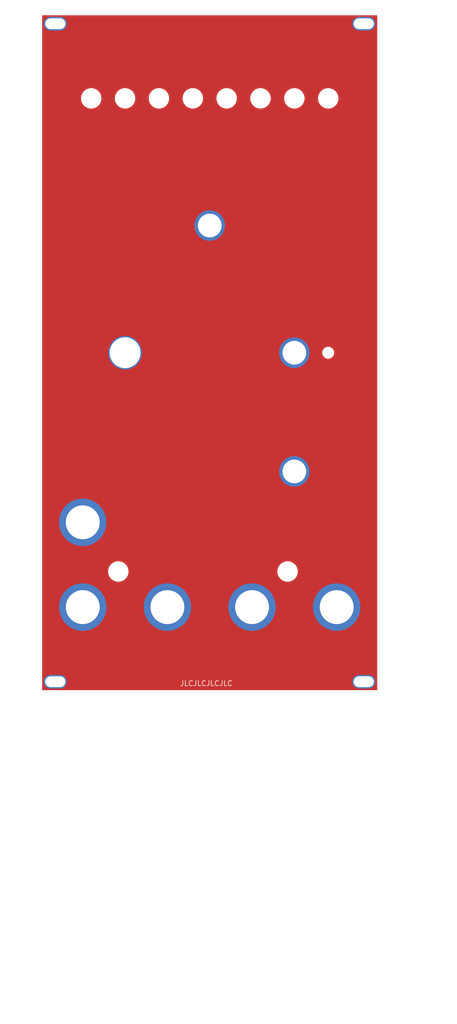
<source format=kicad_pcb>
(kicad_pcb (version 20211014) (generator pcbnew)
  (layers (0 "F.Cu" signal) (31 "B.Cu" signal) (34 "B.Paste" user) (35 "F.Paste" user) (36 "B.SilkS" user "B.Silkscreen") (37 "F.SilkS" user "F.Silkscreen") (38 "B.Mask" user) (39 "F.Mask" user) (44 "Edge.Cuts" user))
  (net 0 "")
  (net 1 "GND")
  (footprint "Kosmo_panel:Kosmo_LED_Hole_smaller" (layer "F.Cu") (at 48 192 -90)
    (fp_text reference "H23" hide)
    (fp_text value "CLOCKLED" hide)
    (pad "" np_thru_hole circle (at 0 0 270) (size 5 5) (drill 5) (layers F&B.Cu *.Mask))
  )
  (footprint "Kosmo_panel:Kosmo_Panel_Dual_Slotted_Mounting_Holes" (layer "F.Cu") (at 119.1 224.5)
    (fp_text reference "REF**" hide)
    (fp_text value "Kosmo_Panel_Dual_Slotted_Mounting_Holes")
    (pad "1" thru_hole oval locked (at 1.4 0) (size 6.8 4) (drill oval 6 3.2) (layers *.Cu *.Mask) (net 1 "GND"))
    (pad "1" thru_hole oval locked (at 1.4 -194) (size 6.8 4) (drill oval 6 3.2) (layers *.Cu *.Mask) (net 1 "GND"))
  )
  (footprint "Kosmo_panel:Kosmo_Trimmer_Pot_Hole" (layer "F.Cu") (at 110 127.5 -90)
    (fp_text reference "H14" hide)
    (fp_text value "ADJUST" hide)
    (pad "" np_thru_hole circle locked (at 0 0 270) (size 2.5 2.5) (drill 2.5) (layers *.Mask "F.Cu"))
  )
  (footprint "Kosmo_panel:Kosmo_Panel_Dual_Slotted_Mounting_Holes" (layer "F.Cu") (at 28 224.5)
    (fp_text reference "REF**" hide)
    (fp_text value "Kosmo_Panel_Dual_Slotted_Mounting_Holes")
    (pad "1" thru_hole oval locked (at 1.4 0) (size 6.8 4) (drill oval 6 3.2) (layers *.Cu *.Mask) (net 1 "GND"))
    (pad "1" thru_hole oval locked (at 1.4 -194) (size 6.8 4) (drill oval 6 3.2) (layers *.Cu *.Mask) (net 1 "GND"))
  )
  (footprint "Kosmo_panel:Kosmo_Jack_Hole" (layer "F.Cu") (at 62.5 202.5 -90)
    (fp_text reference "He" hide)
    (fp_text value "CV" hide)
    (pad "1" thru_hole circle locked (at 0 0 270) (size 14 14) (drill 10) (layers *.Cu *.Mask) (net 1 "GND"))
  )
  (footprint "Kosmo_panel:Kosmo_Pot_Hole" (layer "F.Cu") (at 50 127.5)
    (fp_text reference "REF**" hide)
    (fp_text value "Kosmo_Pot_Hole")
    (pad "1" thru_hole circle locked (at 0 0) (size 9.9 9.9) (drill 9.1) (layers *.Cu *.Mask) (net 1 "GND"))
  )
  (footprint "Kosmo_panel:Kosmo_LED_Hole_smaller" (layer "F.Cu") (at 50 52.5 -90)
    (fp_text reference "H7" hide)
    (fp_text value "LED2" hide)
    (pad "" np_thru_hole circle (at 0 0 270) (size 5 5) (drill 5) (layers F&B.Cu *.Mask))
  )
  (footprint "Kosmo_panel:Kosmo_LED_Hole_smaller" (layer "F.Cu") (at 100 52.5 -90)
    (fp_text reference "H21" hide)
    (fp_text value "LED7" hide)
    (pad "" np_thru_hole circle (at 0 0 270) (size 5 5) (drill 5) (layers F&B.Cu *.Mask))
  )
  (footprint "Kosmo_panel:Kosmo_Jack_Hole" (layer "F.Cu") (at 87.5 202.5 -90)
    (fp_text reference "H10" hide)
    (fp_text value "NOISE" hide)
    (pad "1" thru_hole circle locked (at 0 0 270) (size 14 14) (drill 10) (layers *.Cu *.Mask) (net 1 "GND"))
  )
  (footprint "Kosmo_panel:Kosmo_Switch_Hole" (layer "F.Cu") (at 100 127.5)
    (fp_text reference " " (at 0 -7) (layer "F.SilkS"))
    (fp_text value "Kosmo_Switch_Hole")
    (pad "1" thru_hole circle locked (at 0 0) (size 9 9) (drill 7) (layers *.Cu *.Mask) (net 1 "GND"))
  )
  (footprint "Kosmo_panel:Kosmo_LED_Hole_smaller" (layer "F.Cu") (at 40 52.5 -90)
    (fp_text reference "H4" hide)
    (fp_text value "LED1" hide)
    (pad "" np_thru_hole circle (at 0 0 270) (size 5 5) (drill 5) (layers F&B.Cu *.Mask))
  )
  (footprint "Kosmo_panel:Kosmo_Jack_Hole" (layer "F.Cu") (at 112.5 202.5 -90)
    (fp_text reference "H15" hide)
    (fp_text value "OUT" hide)
    (pad "1" thru_hole circle locked (at 0 0 270) (size 14 14) (drill 10) (layers *.Cu *.Mask) (net 1 "GND"))
  )
  (footprint "TuringFront:turing_panel_graphics" (layer "F.Cu") (at 75.177197 127.463012)
    (fp_text reference "G***")
    (fp_text value "LOGO" hide)
  )
  (footprint "Kosmo_panel:Kosmo_LED_Hole_smaller" (layer "F.Cu") (at 110 52.5 -90)
    (fp_text reference "H22" hide)
    (fp_text value "LED8" hide)
    (pad "" np_thru_hole circle (at 0 0 270) (size 5 5) (drill 5) (layers F&B.Cu *.Mask))
  )
  (footprint "Kosmo_panel:Kosmo_Pot_Hole" (layer "F.Cu") (at 100 162.5)
    (fp_text reference "REF**" hide)
    (fp_text value "Kosmo_Pot_Hole")
    (pad "1" thru_hole circle locked (at 0 0) (size 9 9) (drill 7) (layers *.Cu *.Mask) (net 1 "GND"))
  )
  (footprint "Kosmo_panel:Kosmo_LED_Hole_smaller" (layer "F.Cu") (at 80 52.5 -90)
    (fp_text reference "H18" hide)
    (fp_text value "LED5" hide)
    (pad "" np_thru_hole circle (at 0 0 270) (size 5 5) (drill 5) (layers F&B.Cu *.Mask))
  )
  (footprint "Kosmo_panel:Kosmo_LED_Hole_smaller" (layer "F.Cu") (at 70 52.5 -90)
    (fp_text reference "H16" hide)
    (fp_text value "LED4" hide)
    (pad "" np_thru_hole circle (at 0 0 270) (size 5 5) (drill 5) (layers F&B.Cu *.Mask))
  )
  (footprint "Kosmo_panel:Kosmo_Jack_Hole" (layer "F.Cu") (at 37.5 202.5 -90)
    (fp_text reference "H1" hide)
    (fp_text value "CLOCK" hide)
    (pad "1" thru_hole circle locked (at 0 0 270) (size 14 14) (drill 10) (layers *.Cu *.Mask) (net 1 "GND"))
  )
  (footprint "Kosmo_panel:Kosmo_Jack_Hole" (layer "F.Cu") (at 37.5 177.5 -90)
    (fp_text reference "H9" hide)
    (fp_text value "PULSE" hide)
    (pad "1" thru_hole circle locked (at 0 0 270) (size 14 14) (drill 10) (layers *.Cu *.Mask) (net 1 "GND"))
  )
  (footprint "Kosmo_panel:Kosmo_Pot_Hole" (layer "F.Cu") (at 75 90)
    (fp_text reference "REF**" hide)
    (fp_text value "Kosmo_Pot_Hole")
    (pad "1" thru_hole circle locked (at 0 0) (size 9 9) (drill 7) (layers *.Cu *.Mask) (net 1 "GND"))
  )
  (footprint "Kosmo_panel:Kosmo_LED_Hole_smaller" (layer "F.Cu") (at 98 192 -90)
    (fp_text reference "H24" hide)
    (fp_text value "PULSELED" hide)
    (pad "" np_thru_hole circle (at 0 0 270) (size 5 5) (drill 5) (layers F&B.Cu *.Mask))
  )
  (footprint "Kosmo_panel:Kosmo_LED_Hole_smaller" (layer "F.Cu") (at 90 52.5 -90)
    (fp_text reference "H20" hide)
    (fp_text value "LED6" hide)
    (pad "" np_thru_hole circle (at 0 0 270) (size 5 5) (drill 5) (layers F&B.Cu *.Mask))
  )
  (footprint "Kosmo_panel:Kosmo_LED_Hole_smaller" (layer "F.Cu") (at 60 52.5 -90)
    (fp_text reference "H11" hide)
    (fp_text value "LED3" hide)
    (pad "" np_thru_hole circle (at 0 0 270) (size 5 5) (drill 5) (layers F&B.Cu *.Mask))
  )
  (gr_line (start 25 27.5) (end 125 27.5) (layer "Edge.Cuts") (width 0.05))
  (gr_line (start 125 227.5) (end 25 227.5) (layer "Edge.Cuts") (width 0.05))
  (gr_line (start 25 227.5) (end 25 27.5) (layer "Edge.Cuts") (width 0.05))
  (gr_line (start 125 27.5) (end 125 227.5) (layer "Edge.Cuts") (width 0.05))
  (gr_text "JLCJLCJLCJLC" (at 74 225) (layer "B.SilkS") (effects (font (size 1.5 1.5) (thickness 0.3))))
  (zone (net 1) (net_name "GND") (layer "F.Cu") (connect_pads yes (clearance 0.508)) (min_thickness 0.254) (fill yes (thermal_gap 0.508) (thermal_bridge_width 0.508))
    (polygon (pts (xy 23.5 229.5) (xy 22.5 25.5) (xy 125.5 24.5) (xy 126 230)))
  )
)
</source>
